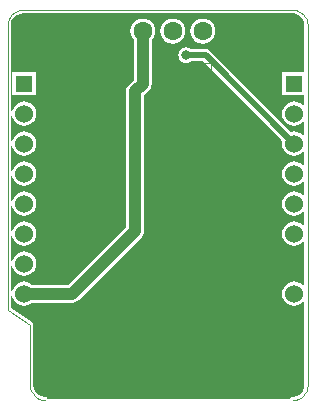
<source format=gbl>
G04*
G04 #@! TF.GenerationSoftware,Altium Limited,Altium Designer,18.1.9 (240)*
G04*
G04 Layer_Physical_Order=2*
G04 Layer_Color=16711680*
%FSLAX25Y25*%
%MOIN*%
G70*
G01*
G75*
%ADD16C,0.00100*%
%ADD17C,0.00394*%
%ADD30C,0.02400*%
%ADD33C,0.02000*%
%ADD34C,0.04000*%
%ADD35C,0.06000*%
%ADD36R,0.05810X0.05810*%
%ADD37R,0.06299X0.06299*%
%ADD38C,0.06299*%
%ADD39C,0.01600*%
%ADD40C,0.03150*%
G36*
X472874Y356429D02*
X473000Y356429D01*
D01*
X473491Y356369D01*
X474018Y356300D01*
X474967Y355907D01*
X475781Y355281D01*
X476407Y354467D01*
X476800Y353518D01*
X476932Y352513D01*
X476929Y352500D01*
Y336905D01*
X469595D01*
Y329095D01*
X476929D01*
Y325879D01*
X476456Y325718D01*
X476353Y325853D01*
X475517Y326494D01*
X474544Y326897D01*
X473500Y327034D01*
X472456Y326897D01*
X471483Y326494D01*
X470647Y325853D01*
X470006Y325017D01*
X469603Y324044D01*
X469465Y323000D01*
X469603Y321956D01*
X470006Y320983D01*
X470647Y320147D01*
X471483Y319506D01*
X472456Y319103D01*
X473500Y318966D01*
X474544Y319103D01*
X475517Y319506D01*
X476353Y320147D01*
X476456Y320282D01*
X476929Y320121D01*
Y315879D01*
X476456Y315718D01*
X476353Y315853D01*
X475517Y316494D01*
X474544Y316897D01*
X473500Y317035D01*
X472483Y316901D01*
X445442Y343942D01*
X444780Y344384D01*
X444000Y344539D01*
X439072D01*
X438799Y344749D01*
X438172Y345008D01*
X437500Y345097D01*
X436828Y345008D01*
X436201Y344749D01*
X435664Y344336D01*
X435251Y343798D01*
X434992Y343172D01*
X434903Y342500D01*
X434992Y341828D01*
X435251Y341201D01*
X435664Y340664D01*
X436201Y340251D01*
X436828Y339991D01*
X437500Y339903D01*
X438172Y339991D01*
X438799Y340251D01*
X439072Y340461D01*
X443155D01*
X469599Y314017D01*
X469465Y313000D01*
X469603Y311956D01*
X470006Y310983D01*
X470647Y310147D01*
X471483Y309506D01*
X472456Y309103D01*
X473500Y308965D01*
X474544Y309103D01*
X475517Y309506D01*
X476353Y310147D01*
X476456Y310282D01*
X476929Y310121D01*
Y305879D01*
X476456Y305718D01*
X476353Y305853D01*
X475517Y306494D01*
X474544Y306897D01*
X473500Y307034D01*
X472456Y306897D01*
X471483Y306494D01*
X470647Y305853D01*
X470006Y305017D01*
X469603Y304044D01*
X469465Y303000D01*
X469603Y301956D01*
X470006Y300983D01*
X470647Y300147D01*
X471483Y299506D01*
X472456Y299103D01*
X473500Y298966D01*
X474544Y299103D01*
X475517Y299506D01*
X476353Y300147D01*
X476456Y300282D01*
X476929Y300121D01*
Y295879D01*
X476456Y295718D01*
X476353Y295853D01*
X475517Y296494D01*
X474544Y296897D01*
X473500Y297035D01*
X472456Y296897D01*
X471483Y296494D01*
X470647Y295853D01*
X470006Y295017D01*
X469603Y294044D01*
X469465Y293000D01*
X469603Y291956D01*
X470006Y290983D01*
X470647Y290147D01*
X471483Y289506D01*
X472456Y289103D01*
X473500Y288966D01*
X474544Y289103D01*
X475517Y289506D01*
X476353Y290147D01*
X476456Y290282D01*
X476929Y290121D01*
Y285879D01*
X476456Y285718D01*
X476353Y285853D01*
X475517Y286494D01*
X474544Y286897D01*
X473500Y287035D01*
X472456Y286897D01*
X471483Y286494D01*
X470647Y285853D01*
X470006Y285017D01*
X469603Y284044D01*
X469465Y283000D01*
X469603Y281956D01*
X470006Y280983D01*
X470647Y280147D01*
X471483Y279506D01*
X472456Y279103D01*
X473500Y278965D01*
X474544Y279103D01*
X475517Y279506D01*
X476353Y280147D01*
X476456Y280282D01*
X476929Y280121D01*
Y265879D01*
X476456Y265718D01*
X476353Y265853D01*
X475517Y266494D01*
X474544Y266897D01*
X473500Y267035D01*
X472456Y266897D01*
X471483Y266494D01*
X470647Y265853D01*
X470006Y265017D01*
X469603Y264044D01*
X469465Y263000D01*
X469603Y261956D01*
X470006Y260983D01*
X470647Y260147D01*
X471483Y259506D01*
X472456Y259103D01*
X473500Y258965D01*
X474544Y259103D01*
X475517Y259506D01*
X476353Y260147D01*
X476456Y260282D01*
X476929Y260121D01*
Y232500D01*
X476932Y232487D01*
X476800Y231482D01*
X476407Y230533D01*
X475781Y229718D01*
X474967Y229093D01*
X474018Y228700D01*
X473476Y228629D01*
X473000Y228571D01*
X472590Y228489D01*
X472546Y228460D01*
X472243Y228257D01*
X472071Y228000D01*
X391429D01*
X391257Y228257D01*
X390955Y228459D01*
X390910Y228489D01*
X390500Y228571D01*
X390024Y228629D01*
X389482Y228700D01*
X388533Y229093D01*
X387719Y229718D01*
X387093Y230533D01*
X386700Y231482D01*
X386568Y232487D01*
X386571Y232500D01*
Y252500D01*
X386550Y252604D01*
X386550Y252710D01*
X386509Y252807D01*
X386489Y252910D01*
X386430Y252998D01*
X386389Y253096D01*
X386315Y253170D01*
X386257Y253257D01*
X386169Y253316D01*
X386094Y253391D01*
X379071Y258073D01*
Y262169D01*
X379571Y262202D01*
X379603Y261956D01*
X380006Y260983D01*
X380647Y260147D01*
X381483Y259506D01*
X382456Y259103D01*
X383500Y258965D01*
X384544Y259103D01*
X385517Y259506D01*
X386127Y259974D01*
X399500D01*
X400283Y260077D01*
X401013Y260380D01*
X401640Y260860D01*
X422640Y281860D01*
X422640Y281860D01*
X423120Y282487D01*
X423423Y283217D01*
X423526Y284000D01*
Y295500D01*
Y329247D01*
X425140Y330860D01*
X425140Y330860D01*
X425621Y331487D01*
X425923Y332217D01*
X426026Y333000D01*
Y347627D01*
X426625Y348407D01*
X427043Y349417D01*
X427185Y350500D01*
X427043Y351583D01*
X426625Y352593D01*
X425959Y353460D01*
X425093Y354125D01*
X424083Y354543D01*
X423000Y354685D01*
X421917Y354543D01*
X420907Y354125D01*
X420041Y353460D01*
X419375Y352593D01*
X418957Y351583D01*
X418815Y350500D01*
X418957Y349417D01*
X419375Y348407D01*
X419974Y347627D01*
Y334253D01*
X418360Y332640D01*
X417879Y332013D01*
X417577Y331283D01*
X417474Y330500D01*
Y295500D01*
Y285253D01*
X398247Y266026D01*
X386127D01*
X385517Y266494D01*
X384544Y266897D01*
X383500Y267035D01*
X382456Y266897D01*
X381483Y266494D01*
X380647Y265853D01*
X380006Y265017D01*
X379603Y264044D01*
X379571Y263798D01*
X379071Y263831D01*
Y272169D01*
X379571Y272202D01*
X379603Y271956D01*
X380006Y270983D01*
X380647Y270147D01*
X381483Y269506D01*
X382456Y269103D01*
X383500Y268966D01*
X384544Y269103D01*
X385517Y269506D01*
X386353Y270147D01*
X386994Y270983D01*
X387397Y271956D01*
X387534Y273000D01*
X387397Y274044D01*
X386994Y275017D01*
X386353Y275853D01*
X385517Y276494D01*
X384544Y276897D01*
X383500Y277034D01*
X382456Y276897D01*
X381483Y276494D01*
X380647Y275853D01*
X380006Y275017D01*
X379603Y274044D01*
X379571Y273798D01*
X379071Y273831D01*
Y282169D01*
X379571Y282202D01*
X379603Y281956D01*
X380006Y280983D01*
X380647Y280147D01*
X381483Y279506D01*
X382456Y279103D01*
X383500Y278965D01*
X384544Y279103D01*
X385517Y279506D01*
X386353Y280147D01*
X386994Y280983D01*
X387397Y281956D01*
X387534Y283000D01*
X387397Y284044D01*
X386994Y285017D01*
X386353Y285853D01*
X385517Y286494D01*
X384544Y286897D01*
X383500Y287035D01*
X382456Y286897D01*
X381483Y286494D01*
X380647Y285853D01*
X380006Y285017D01*
X379603Y284044D01*
X379571Y283798D01*
X379071Y283831D01*
Y292169D01*
X379571Y292202D01*
X379603Y291956D01*
X380006Y290983D01*
X380647Y290147D01*
X381483Y289506D01*
X382456Y289103D01*
X383500Y288966D01*
X384544Y289103D01*
X385517Y289506D01*
X386353Y290147D01*
X386994Y290983D01*
X387397Y291956D01*
X387534Y293000D01*
X387397Y294044D01*
X386994Y295017D01*
X386353Y295853D01*
X385517Y296494D01*
X384544Y296897D01*
X383500Y297035D01*
X382456Y296897D01*
X381483Y296494D01*
X380647Y295853D01*
X380006Y295017D01*
X379603Y294044D01*
X379571Y293798D01*
X379071Y293831D01*
Y302169D01*
X379571Y302202D01*
X379603Y301956D01*
X380006Y300983D01*
X380647Y300147D01*
X381483Y299506D01*
X382456Y299103D01*
X383500Y298966D01*
X384544Y299103D01*
X385517Y299506D01*
X386353Y300147D01*
X386994Y300983D01*
X387397Y301956D01*
X387534Y303000D01*
X387397Y304044D01*
X386994Y305017D01*
X386353Y305853D01*
X385517Y306494D01*
X384544Y306897D01*
X383500Y307034D01*
X382456Y306897D01*
X381483Y306494D01*
X380647Y305853D01*
X380006Y305017D01*
X379603Y304044D01*
X379571Y303798D01*
X379071Y303831D01*
Y312169D01*
X379571Y312202D01*
X379603Y311956D01*
X380006Y310983D01*
X380647Y310147D01*
X381483Y309506D01*
X382456Y309103D01*
X383500Y308965D01*
X384544Y309103D01*
X385517Y309506D01*
X386353Y310147D01*
X386994Y310983D01*
X387397Y311956D01*
X387534Y313000D01*
X387397Y314044D01*
X386994Y315017D01*
X386353Y315853D01*
X385517Y316494D01*
X384544Y316897D01*
X383500Y317035D01*
X382456Y316897D01*
X381483Y316494D01*
X380647Y315853D01*
X380006Y315017D01*
X379603Y314044D01*
X379571Y313798D01*
X379071Y313831D01*
Y322169D01*
X379571Y322202D01*
X379603Y321956D01*
X380006Y320983D01*
X380647Y320147D01*
X381483Y319506D01*
X382456Y319103D01*
X383500Y318966D01*
X384544Y319103D01*
X385517Y319506D01*
X386353Y320147D01*
X386994Y320983D01*
X387397Y321956D01*
X387534Y323000D01*
X387397Y324044D01*
X386994Y325017D01*
X386353Y325853D01*
X385517Y326494D01*
X384544Y326897D01*
X383500Y327034D01*
X382456Y326897D01*
X381483Y326494D01*
X380647Y325853D01*
X380006Y325017D01*
X379603Y324044D01*
X379571Y323798D01*
X379071Y323831D01*
Y352500D01*
X379068Y352513D01*
X379200Y353518D01*
X379593Y354467D01*
X380219Y355281D01*
X381033Y355907D01*
X381982Y356300D01*
X382968Y356429D01*
X472874D01*
D02*
G37*
%LPC*%
G36*
X443000Y354685D02*
X441917Y354543D01*
X440907Y354125D01*
X440040Y353460D01*
X439375Y352593D01*
X438957Y351583D01*
X438815Y350500D01*
X438957Y349417D01*
X439375Y348407D01*
X440040Y347540D01*
X440907Y346875D01*
X441917Y346457D01*
X443000Y346315D01*
X444083Y346457D01*
X445093Y346875D01*
X445960Y347540D01*
X446625Y348407D01*
X447043Y349417D01*
X447185Y350500D01*
X447043Y351583D01*
X446625Y352593D01*
X445960Y353460D01*
X445093Y354125D01*
X444083Y354543D01*
X443000Y354685D01*
D02*
G37*
G36*
X433000D02*
X431917Y354543D01*
X430907Y354125D01*
X430041Y353460D01*
X429375Y352593D01*
X428957Y351583D01*
X428815Y350500D01*
X428957Y349417D01*
X429375Y348407D01*
X430041Y347540D01*
X430907Y346875D01*
X431917Y346457D01*
X433000Y346315D01*
X434083Y346457D01*
X435093Y346875D01*
X435959Y347540D01*
X436625Y348407D01*
X437043Y349417D01*
X437185Y350500D01*
X437043Y351583D01*
X436625Y352593D01*
X435959Y353460D01*
X435093Y354125D01*
X434083Y354543D01*
X433000Y354685D01*
D02*
G37*
G36*
X387405Y336905D02*
X379595D01*
Y329095D01*
X387405D01*
Y336905D01*
D02*
G37*
%LPD*%
D16*
X383000Y357500D02*
X382025Y357404D01*
X381087Y357119D01*
X380222Y356657D01*
X379465Y356035D01*
X378843Y355278D01*
X378381Y354413D01*
X378096Y353475D01*
X378000Y352500D01*
X478000D02*
X477904Y353475D01*
X477619Y354413D01*
X477157Y355278D01*
X476536Y356035D01*
X475778Y356657D01*
X474913Y357119D01*
X473976Y357404D01*
X473000Y357500D01*
Y227500D02*
X473976Y227596D01*
X474913Y227881D01*
X475778Y228343D01*
X476536Y228964D01*
X477157Y229722D01*
X477619Y230587D01*
X477904Y231524D01*
X478000Y232500D01*
X385500D02*
X385596Y231524D01*
X385881Y230587D01*
X386343Y229722D01*
X386965Y228964D01*
X387722Y228343D01*
X388587Y227881D01*
X389525Y227596D01*
X390500Y227500D01*
X478000Y232500D02*
Y352500D01*
X378000Y257500D02*
Y352500D01*
X382874Y357500D02*
X472874D01*
X378000Y257500D02*
X385500Y252500D01*
Y232500D02*
Y252500D01*
D17*
X426029Y293630D02*
X432722D01*
X426029Y297370D02*
X432722D01*
Y293630D02*
Y297370D01*
X426029Y293630D02*
Y297370D01*
X449646Y280331D02*
X455354D01*
X449646Y271669D02*
X455354D01*
Y280331D01*
X449646Y271669D02*
Y280331D01*
X445870Y333154D02*
Y339846D01*
X442130Y333154D02*
Y339846D01*
X445870D01*
X442130Y333154D02*
X445870D01*
X434370Y333197D02*
Y339890D01*
X430630Y333197D02*
Y339890D01*
X434370D01*
X430630Y333197D02*
X434370D01*
D30*
X420500Y295500D02*
D03*
X423000Y333000D02*
D03*
D33*
X437500Y342500D02*
X444000D01*
X473500Y313000D01*
D34*
X420500Y284000D02*
Y295500D01*
X399500Y263000D02*
X420500Y284000D01*
Y330500D02*
X423000Y333000D01*
X420500Y295500D02*
Y330500D01*
X423000Y333000D02*
Y350500D01*
X383500Y263000D02*
X399500D01*
D35*
X383500D02*
D03*
Y273000D02*
D03*
Y283000D02*
D03*
Y293000D02*
D03*
Y303000D02*
D03*
Y313000D02*
D03*
Y323000D02*
D03*
X473500Y263000D02*
D03*
Y273000D02*
D03*
Y283000D02*
D03*
Y293000D02*
D03*
Y303000D02*
D03*
Y313000D02*
D03*
Y323000D02*
D03*
D36*
X383500Y333000D02*
D03*
X473500D02*
D03*
D37*
X413000Y350500D02*
D03*
D38*
X423000D02*
D03*
X433000D02*
D03*
X443000D02*
D03*
D39*
X475000Y255000D02*
D03*
Y235000D02*
D03*
X465000Y355000D02*
D03*
X470000Y345000D02*
D03*
X465000Y335000D02*
D03*
Y275000D02*
D03*
Y255000D02*
D03*
X470000Y245000D02*
D03*
X465000Y235000D02*
D03*
X455000Y355000D02*
D03*
X460000Y345000D02*
D03*
X455000Y315000D02*
D03*
X460000Y305000D02*
D03*
Y285000D02*
D03*
Y265000D02*
D03*
X455000Y255000D02*
D03*
Y235000D02*
D03*
X450000Y345000D02*
D03*
Y325000D02*
D03*
X445000Y315000D02*
D03*
X450000Y305000D02*
D03*
X445000Y295000D02*
D03*
Y275000D02*
D03*
X450000Y265000D02*
D03*
X445000Y255000D02*
D03*
Y235000D02*
D03*
X440000Y325000D02*
D03*
X435000Y315000D02*
D03*
X440000Y305000D02*
D03*
X435000Y275000D02*
D03*
Y255000D02*
D03*
Y235000D02*
D03*
X430000Y325000D02*
D03*
X425000Y315000D02*
D03*
X430000Y305000D02*
D03*
X425000Y275000D02*
D03*
X430000Y265000D02*
D03*
X425000Y255000D02*
D03*
X415000Y335000D02*
D03*
Y315000D02*
D03*
Y295000D02*
D03*
X420000Y265000D02*
D03*
X415000Y255000D02*
D03*
Y235000D02*
D03*
X405000Y355000D02*
D03*
X410000Y345000D02*
D03*
X405000Y335000D02*
D03*
X410000Y325000D02*
D03*
X405000Y315000D02*
D03*
X410000Y305000D02*
D03*
X405000Y295000D02*
D03*
Y275000D02*
D03*
Y255000D02*
D03*
Y235000D02*
D03*
X395000Y355000D02*
D03*
X400000Y345000D02*
D03*
X395000Y335000D02*
D03*
X400000Y325000D02*
D03*
X395000Y315000D02*
D03*
X400000Y305000D02*
D03*
X395000Y295000D02*
D03*
X400000Y285000D02*
D03*
X395000Y275000D02*
D03*
Y255000D02*
D03*
Y235000D02*
D03*
X385000Y355000D02*
D03*
X390000Y345000D02*
D03*
Y325000D02*
D03*
Y305000D02*
D03*
Y285000D02*
D03*
Y245000D02*
D03*
D40*
X437500Y342500D02*
D03*
M02*

</source>
